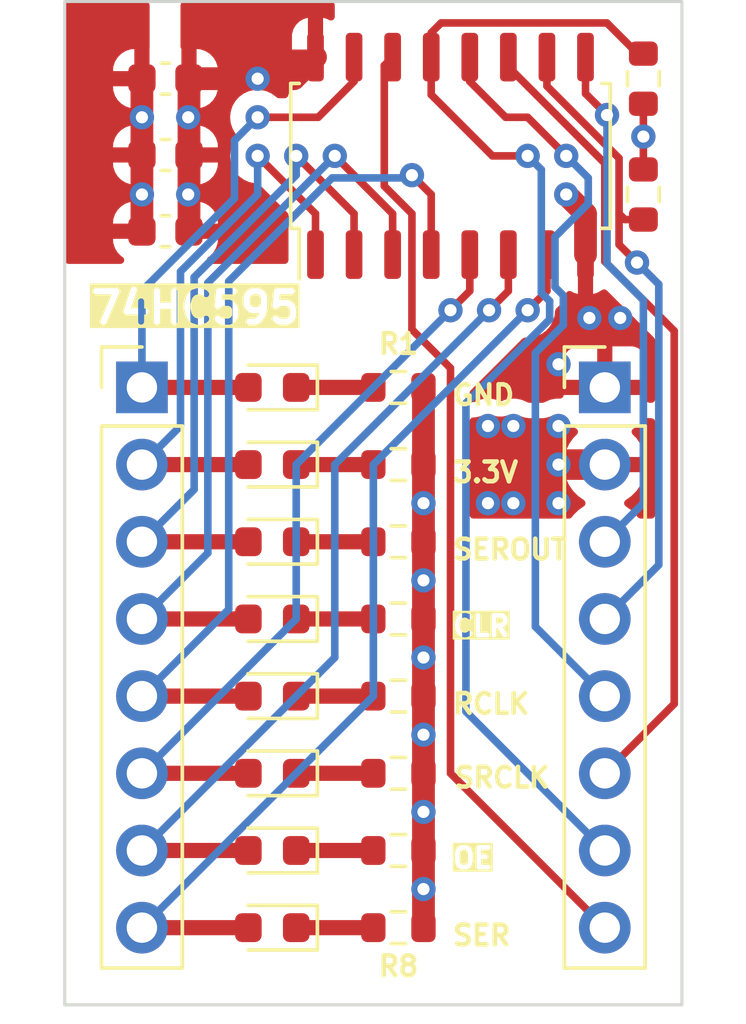
<source format=kicad_pcb>
(kicad_pcb (version 20221018) (generator pcbnew)
  (layers (0 "F.Cu" signal) (1 "In1.Cu" signal) (2 "In2.Cu" signal) (31 "B.Cu" signal) (34 "B.Paste" user) (35 "F.Paste" user) (36 "B.SilkS" user "B.Silkscreen") (37 "F.SilkS" user "F.Silkscreen") (38 "B.Mask" user) (39 "F.Mask" user) (44 "Edge.Cuts" user))
  (net 0 "")
  (net 1 "Net-(D1-K)")
  (net 2 "Net-(D2-K)")
  (net 3 "Net-(D3-K)")
  (net 4 "Net-(D4-K)")
  (net 5 "Net-(D5-K)")
  (net 6 "Net-(D6-K)")
  (net 7 "Net-(D7-K)")
  (net 8 "Net-(D8-K)")
  (net 9 "GND")
  (net 10 "+3.3V")
  (net 11 "/QA")
  (net 12 "/QB")
  (net 13 "/QC")
  (net 14 "/QD")
  (net 15 "/QE")
  (net 16 "/QF")
  (net 17 "/QG")
  (net 18 "/QH")
  (net 19 "/SEROUT")
  (net 20 "/N_SR_CLR")
  (net 21 "/R_CLK")
  (net 22 "/SR_CLK")
  (net 23 "/N_OE")
  (net 24 "/SER")
  (footprint "Capacitor_SMD:C_0603_1608Metric" (layer "F.Cu") (at 46.495 45.72 180)
    (fp_text reference "C3" hide)
    (fp_text value "100n")
    (fp_line (start -0.14058 -0.51) (end 0.14058 -0.51) (stroke (width 0.12)) (layer "F.SilkS"))
    (fp_line (start -0.14058 0.51) (end 0.14058 0.51) (stroke (width 0.12)) (layer "F.SilkS"))
    (pad "1" smd roundrect (at -0.775 0 180) (size 0.9 0.95) (layers "F.Cu" "F.Paste" "F.Mask") (net 10 "+3.3V"))
    (pad "2" smd roundrect (at 0.775 0 180) (size 0.9 0.95) (layers "F.Cu" "F.Paste" "F.Mask") (net 9 "GND"))
  )
  (footprint "LED_SMD:LED_0603_1608Metric" (layer "F.Cu") (at 50.0125 71.12 180)
    (fp_text reference "D7" hide)
    (fp_text value "LED")
    (fp_line (start -1.485 -0.735) (end -1.485 0.735) (stroke (width 0.12)) (layer "F.SilkS"))
    (fp_line (start -1.485 0.735) (end 0.8 0.735) (stroke (width 0.12)) (layer "F.SilkS"))
    (fp_line (start 0.8 -0.735) (end -1.485 -0.735) (stroke (width 0.12)) (layer "F.SilkS"))
    (pad "1" smd roundrect (at -0.7875 0 180) (size 0.875 0.95) (layers "F.Cu" "F.Paste" "F.Mask") (net 7 "Net-(D7-K)"))
    (pad "2" smd roundrect (at 0.7875 0 180) (size 0.875 0.95) (layers "F.Cu" "F.Paste" "F.Mask") (net 17 "/QG"))
  )
  (footprint "Capacitor_SMD:C_0603_1608Metric" (layer "F.Cu") (at 46.495 50.74 180)
    (fp_text reference "C1" hide)
    (fp_text value "100n")
    (fp_line (start -0.14058 -0.51) (end 0.14058 -0.51) (stroke (width 0.12)) (layer "F.SilkS"))
    (fp_line (start -0.14058 0.51) (end 0.14058 0.51) (stroke (width 0.12)) (layer "F.SilkS"))
    (pad "1" smd roundrect (at -0.775 0 180) (size 0.9 0.95) (layers "F.Cu" "F.Paste" "F.Mask") (net 10 "+3.3V"))
    (pad "2" smd roundrect (at 0.775 0 180) (size 0.9 0.95) (layers "F.Cu" "F.Paste" "F.Mask") (net 9 "GND"))
  )
  (footprint "LED_SMD:LED_0603_1608Metric" (layer "F.Cu") (at 50.0125 58.42 180)
    (fp_text reference "D2" hide)
    (fp_text value "LED")
    (fp_line (start -1.485 -0.735) (end -1.485 0.735) (stroke (width 0.12)) (layer "F.SilkS"))
    (fp_line (start -1.485 0.735) (end 0.8 0.735) (stroke (width 0.12)) (layer "F.SilkS"))
    (fp_line (start 0.8 -0.735) (end -1.485 -0.735) (stroke (width 0.12)) (layer "F.SilkS"))
    (pad "1" smd roundrect (at -0.7875 0 180) (size 0.875 0.95) (layers "F.Cu" "F.Paste" "F.Mask") (net 2 "Net-(D2-K)"))
    (pad "2" smd roundrect (at 0.7875 0 180) (size 0.875 0.95) (layers "F.Cu" "F.Paste" "F.Mask") (net 12 "/QB"))
  )
  (footprint "Resistor_SMD:R_0603_1608Metric" (layer "F.Cu") (at 54.165 73.66)
    (fp_text reference "R8" (at 0 1.27) (layer "F.SilkS") (effects (font (size 0.65 0.65))))
    (fp_text value "50R")
    (fp_line (start -0.237258 -0.5225) (end 0.237258 -0.5225) (stroke (width 0.12)) (layer "F.SilkS"))
    (fp_line (start -0.237258 0.5225) (end 0.237258 0.5225) (stroke (width 0.12)) (layer "F.SilkS"))
    (pad "1" smd roundrect (at -0.825 0) (size 0.8 0.95) (layers "F.Cu" "F.Paste" "F.Mask") (net 8 "Net-(D8-K)"))
    (pad "2" smd roundrect (at 0.825 0) (size 0.8 0.95) (layers "F.Cu" "F.Paste" "F.Mask") (net 9 "GND"))
  )
  (footprint "Connector_PinHeader_2.54mm:PinHeader_1x08_P2.54mm_Vertical" (layer "F.Cu") (at 45.72 55.88)
    (fp_text reference "J1" hide)
    (fp_text value "Conn_01x08")
    (fp_line (start -1.33 -1.33) (end 0 -1.33) (stroke (width 0.12)) (layer "F.SilkS"))
    (fp_line (start -1.33 0) (end -1.33 -1.33) (stroke (width 0.12)) (layer "F.SilkS"))
    (fp_line (start -1.33 1.27) (end -1.33 19.11) (stroke (width 0.12)) (layer "F.SilkS"))
    (fp_line (start -1.33 1.27) (end 1.33 1.27) (stroke (width 0.12)) (layer "F.SilkS"))
    (fp_line (start -1.33 19.11) (end 1.33 19.11) (stroke (width 0.12)) (layer "F.SilkS"))
    (fp_line (start 1.33 1.27) (end 1.33 19.11) (stroke (width 0.12)) (layer "F.SilkS"))
    (pad "1" thru_hole rect (at 0 0) (size 1.7 1.7) (drill 1) (layers "*.Cu" "*.Mask") (net 11 "/QA"))
    (pad "2" thru_hole oval (at 0 2.54) (size 1.7 1.7) (drill 1) (layers "*.Cu" "*.Mask") (net 12 "/QB"))
    (pad "3" thru_hole oval (at 0 5.08) (size 1.7 1.7) (drill 1) (layers "*.Cu" "*.Mask") (net 13 "/QC"))
    (pad "4" thru_hole oval (at 0 7.62) (size 1.7 1.7) (drill 1) (layers "*.Cu" "*.Mask") (net 14 "/QD"))
    (pad "5" thru_hole oval (at 0 10.16) (size 1.7 1.7) (drill 1) (layers "*.Cu" "*.Mask") (net 15 "/QE"))
    (pad "6" thru_hole oval (at 0 12.7) (size 1.7 1.7) (drill 1) (layers "*.Cu" "*.Mask") (net 16 "/QF"))
    (pad "7" thru_hole oval (at 0 15.24) (size 1.7 1.7) (drill 1) (layers "*.Cu" "*.Mask") (net 17 "/QG"))
    (pad "8" thru_hole oval (at 0 17.78) (size 1.7 1.7) (drill 1) (layers "*.Cu" "*.Mask") (net 18 "/QH"))
  )
  (footprint "LED_SMD:LED_0603_1608Metric" (layer "F.Cu") (at 50.0125 68.58 180)
    (fp_text reference "D6" hide)
    (fp_text value "LED")
    (fp_line (start -1.485 -0.735) (end -1.485 0.735) (stroke (width 0.12)) (layer "F.SilkS"))
    (fp_line (start -1.485 0.735) (end 0.8 0.735) (stroke (width 0.12)) (layer "F.SilkS"))
    (fp_line (start 0.8 -0.735) (end -1.485 -0.735) (stroke (width 0.12)) (layer "F.SilkS"))
    (pad "1" smd roundrect (at -0.7875 0 180) (size 0.875 0.95) (layers "F.Cu" "F.Paste" "F.Mask") (net 6 "Net-(D6-K)"))
    (pad "2" smd roundrect (at 0.7875 0 180) (size 0.875 0.95) (layers "F.Cu" "F.Paste" "F.Mask") (net 16 "/QF"))
  )
  (footprint "Capacitor_SMD:C_0603_1608Metric" (layer "F.Cu") (at 46.495 48.23 180)
    (fp_text reference "C2" hide)
    (fp_text value "100n")
    (fp_line (start -0.14058 -0.51) (end 0.14058 -0.51) (stroke (width 0.12)) (layer "F.SilkS"))
    (fp_line (start -0.14058 0.51) (end 0.14058 0.51) (stroke (width 0.12)) (layer "F.SilkS"))
    (pad "1" smd roundrect (at -0.775 0 180) (size 0.9 0.95) (layers "F.Cu" "F.Paste" "F.Mask") (net 10 "+3.3V"))
    (pad "2" smd roundrect (at 0.775 0 180) (size 0.9 0.95) (layers "F.Cu" "F.Paste" "F.Mask") (net 9 "GND"))
  )
  (footprint "Resistor_SMD:R_0603_1608Metric" (layer "F.Cu") (at 54.165 66.04)
    (fp_text reference "R5" hide)
    (fp_text value "50R")
    (fp_line (start -0.237258 -0.5225) (end 0.237258 -0.5225) (stroke (width 0.12)) (layer "F.SilkS"))
    (fp_line (start -0.237258 0.5225) (end 0.237258 0.5225) (stroke (width 0.12)) (layer "F.SilkS"))
    (pad "1" smd roundrect (at -0.825 0) (size 0.8 0.95) (layers "F.Cu" "F.Paste" "F.Mask") (net 5 "Net-(D5-K)"))
    (pad "2" smd roundrect (at 0.825 0) (size 0.8 0.95) (layers "F.Cu" "F.Paste" "F.Mask") (net 9 "GND"))
  )
  (footprint "Resistor_SMD:R_0603_1608Metric" (layer "F.Cu") (at 54.165 58.42)
    (fp_text reference "R2" hide)
    (fp_text value "50R")
    (fp_line (start -0.237258 -0.5225) (end 0.237258 -0.5225) (stroke (width 0.12)) (layer "F.SilkS"))
    (fp_line (start -0.237258 0.5225) (end 0.237258 0.5225) (stroke (width 0.12)) (layer "F.SilkS"))
    (pad "1" smd roundrect (at -0.825 0) (size 0.8 0.95) (layers "F.Cu" "F.Paste" "F.Mask") (net 2 "Net-(D2-K)"))
    (pad "2" smd roundrect (at 0.825 0) (size 0.8 0.95) (layers "F.Cu" "F.Paste" "F.Mask") (net 9 "GND"))
  )
  (footprint "Resistor_SMD:R_0603_1608Metric" (layer "F.Cu") (at 54.165 60.96)
    (fp_text reference "R3" hide)
    (fp_text value "50R" hide)
    (fp_line (start -0.237258 -0.5225) (end 0.237258 -0.5225) (stroke (width 0.12)) (layer "F.SilkS"))
    (fp_line (start -0.237258 0.5225) (end 0.237258 0.5225) (stroke (width 0.12)) (layer "F.SilkS"))
    (pad "1" smd roundrect (at -0.825 0) (size 0.8 0.95) (layers "F.Cu" "F.Paste" "F.Mask") (net 3 "Net-(D3-K)"))
    (pad "2" smd roundrect (at 0.825 0) (size 0.8 0.95) (layers "F.Cu" "F.Paste" "F.Mask") (net 9 "GND"))
  )
  (footprint "Resistor_SMD:R_0603_1608Metric" (layer "F.Cu") (at 54.165 63.5)
    (fp_text reference "R4" hide)
    (fp_text value "50R")
    (fp_line (start -0.237258 -0.5225) (end 0.237258 -0.5225) (stroke (width 0.12)) (layer "F.SilkS"))
    (fp_line (start -0.237258 0.5225) (end 0.237258 0.5225) (stroke (width 0.12)) (layer "F.SilkS"))
    (pad "1" smd roundrect (at -0.825 0) (size 0.8 0.95) (layers "F.Cu" "F.Paste" "F.Mask") (net 4 "Net-(D4-K)"))
    (pad "2" smd roundrect (at 0.825 0) (size 0.8 0.95) (layers "F.Cu" "F.Paste" "F.Mask") (net 9 "GND"))
  )
  (footprint "Resistor_SMD:R_0603_1608Metric" (layer "F.Cu") (at 54.165 68.58)
    (fp_text reference "R6" hide)
    (fp_text value "50R")
    (fp_line (start -0.237258 -0.5225) (end 0.237258 -0.5225) (stroke (width 0.12)) (layer "F.SilkS"))
    (fp_line (start -0.237258 0.5225) (end 0.237258 0.5225) (stroke (width 0.12)) (layer "F.SilkS"))
    (pad "1" smd roundrect (at -0.825 0) (size 0.8 0.95) (layers "F.Cu" "F.Paste" "F.Mask") (net 6 "Net-(D6-K)"))
    (pad "2" smd roundrect (at 0.825 0) (size 0.8 0.95) (layers "F.Cu" "F.Paste" "F.Mask") (net 9 "GND"))
  )
  (footprint "Connector_PinHeader_2.54mm:PinHeader_1x08_P2.54mm_Vertical" (layer "F.Cu") (at 60.96 55.88)
    (fp_text reference "J2" hide)
    (fp_text value "Conn_01x08")
    (fp_line (start -1.33 -1.33) (end 0 -1.33) (stroke (width 0.12)) (layer "F.SilkS"))
    (fp_line (start -1.33 0) (end -1.33 -1.33) (stroke (width 0.12)) (layer "F.SilkS"))
    (fp_line (start -1.33 1.27) (end -1.33 19.11) (stroke (width 0.12)) (layer "F.SilkS"))
    (fp_line (start -1.33 1.27) (end 1.33 1.27) (stroke (width 0.12)) (layer "F.SilkS"))
    (fp_line (start -1.33 19.11) (end 1.33 19.11) (stroke (width 0.12)) (layer "F.SilkS"))
    (fp_line (start 1.33 1.27) (end 1.33 19.11) (stroke (width 0.12)) (layer "F.SilkS"))
    (pad "1" thru_hole rect (at 0 0) (size 1.7 1.7) (drill 1) (layers "*.Cu" "*.Mask") (net 9 "GND"))
    (pad "2" thru_hole oval (at 0 2.54) (size 1.7 1.7) (drill 1) (layers "*.Cu" "*.Mask") (net 10 "+3.3V"))
    (pad "3" thru_hole oval (at 0 5.08) (size 1.7 1.7) (drill 1) (layers "*.Cu" "*.Mask") (net 19 "/SEROUT"))
    (pad "4" thru_hole oval (at 0 7.62) (size 1.7 1.7) (drill 1) (layers "*.Cu" "*.Mask") (net 20 "/N_SR_CLR"))
    (pad "5" thru_hole oval (at 0 10.16) (size 1.7 1.7) (drill 1) (layers "*.Cu" "*.Mask") (net 21 "/R_CLK"))
    (pad "6" thru_hole oval (at 0 12.7) (size 1.7 1.7) (drill 1) (layers "*.Cu" "*.Mask") (net 22 "/SR_CLK"))
    (pad "7" thru_hole oval (at 0 15.24) (size 1.7 1.7) (drill 1) (layers "*.Cu" "*.Mask") (net 23 "/N_OE"))
    (pad "8" thru_hole oval (at 0 17.78) (size 1.7 1.7) (drill 1) (layers "*.Cu" "*.Mask") (net 24 "/SER"))
  )
  (footprint "LED_SMD:LED_0603_1608Metric" (layer "F.Cu") (at 50.0125 55.88 180)
    (fp_text reference "D1" hide)
    (fp_text value "LED")
    (fp_line (start -1.485 -0.735) (end -1.485 0.735) (stroke (width 0.12)) (layer "F.SilkS"))
    (fp_line (start -1.485 0.735) (end 0.8 0.735) (stroke (width 0.12)) (layer "F.SilkS"))
    (fp_line (start 0.8 -0.735) (end -1.485 -0.735) (stroke (width 0.12)) (layer "F.SilkS"))
    (pad "1" smd roundrect (at -0.7875 0 180) (size 0.875 0.95) (layers "F.Cu" "F.Paste" "F.Mask") (net 1 "Net-(D1-K)"))
    (pad "2" smd roundrect (at 0.7875 0 180) (size 0.875 0.95) (layers "F.Cu" "F.Paste" "F.Mask") (net 11 "/QA"))
  )
  (footprint "Resistor_SMD:R_0603_1608Metric" (layer "F.Cu") (at 54.165 71.12)
    (fp_text reference "R7" hide)
    (fp_text value "50R")
    (fp_line (start -0.237258 -0.5225) (end 0.237258 -0.5225) (stroke (width 0.12)) (layer "F.SilkS"))
    (fp_line (start -0.237258 0.5225) (end 0.237258 0.5225) (stroke (width 0.12)) (layer "F.SilkS"))
    (pad "1" smd roundrect (at -0.825 0) (size 0.8 0.95) (layers "F.Cu" "F.Paste" "F.Mask") (net 7 "Net-(D7-K)"))
    (pad "2" smd roundrect (at 0.825 0) (size 0.8 0.95) (layers "F.Cu" "F.Paste" "F.Mask") (net 9 "GND"))
  )
  (footprint "LED_SMD:LED_0603_1608Metric" (layer "F.Cu") (at 50.0125 60.96 180)
    (fp_text reference "D3" hide)
    (fp_text value "LED")
    (fp_line (start -1.485 -0.735) (end -1.485 0.735) (stroke (width 0.12)) (layer "F.SilkS"))
    (fp_line (start -1.485 0.735) (end 0.8 0.735) (stroke (width 0.12)) (layer "F.SilkS"))
    (fp_line (start 0.8 -0.735) (end -1.485 -0.735) (stroke (width 0.12)) (layer "F.SilkS"))
    (pad "1" smd roundrect (at -0.7875 0 180) (size 0.875 0.95) (layers "F.Cu" "F.Paste" "F.Mask") (net 3 "Net-(D3-K)"))
    (pad "2" smd roundrect (at 0.7875 0 180) (size 0.875 0.95) (layers "F.Cu" "F.Paste" "F.Mask") (net 13 "/QC"))
  )
  (footprint "LED_SMD:LED_0603_1608Metric" (layer "F.Cu") (at 50.0125 73.66 180)
    (fp_text reference "D8" hide)
    (fp_text value "LED")
    (fp_line (start -1.485 -0.735) (end -1.485 0.735) (stroke (width 0.12)) (layer "F.SilkS"))
    (fp_line (start -1.485 0.735) (end 0.8 0.735) (stroke (width 0.12)) (layer "F.SilkS"))
    (fp_line (start 0.8 -0.735) (end -1.485 -0.735) (stroke (width 0.12)) (layer "F.SilkS"))
    (pad "1" smd roundrect (at -0.7875 0 180) (size 0.875 0.95) (layers "F.Cu" "F.Paste" "F.Mask") (net 8 "Net-(D8-K)"))
    (pad "2" smd roundrect (at 0.7875 0 180) (size 0.875 0.95) (layers "F.Cu" "F.Paste" "F.Mask") (net 18 "/QH"))
  )
  (footprint "Resistor_SMD:R_0603_1608Metric" (layer "F.Cu") (at 62.23 45.72 -90)
    (fp_text reference "R9" hide)
    (fp_text value "10k")
    (fp_line (start -0.237258 -0.5225) (end 0.237258 -0.5225) (stroke (width 0.12)) (layer "F.SilkS"))
    (fp_line (start -0.237258 0.5225) (end 0.237258 0.5225) (stroke (width 0.12)) (layer "F.SilkS"))
    (pad "1" smd roundrect (at -0.825 0 270) (size 0.8 0.95) (layers "F.Cu" "F.Paste" "F.Mask") (net 23 "/N_OE"))
    (pad "2" smd roundrect (at 0.825 0 270) (size 0.8 0.95) (layers "F.Cu" "F.Paste" "F.Mask") (net 9 "GND"))
  )
  (footprint "Resistor_SMD:R_0603_1608Metric" (layer "F.Cu") (at 62.23 49.53 90)
    (fp_text reference "R10" hide)
    (fp_text value "10k")
    (fp_line (start -0.237258 -0.5225) (end 0.237258 -0.5225) (stroke (width 0.12)) (layer "F.SilkS"))
    (fp_line (start -0.237258 0.5225) (end 0.237258 0.5225) (stroke (width 0.12)) (layer "F.SilkS"))
    (pad "1" smd roundrect (at -0.825 0 90) (size 0.8 0.95) (layers "F.Cu" "F.Paste" "F.Mask") (net 20 "/N_SR_CLR"))
    (pad "2" smd roundrect (at 0.825 0 90) (size 0.8 0.95) (layers "F.Cu" "F.Paste" "F.Mask") (net 9 "GND"))
  )
  (footprint "LED_SMD:LED_0603_1608Metric" (layer "F.Cu") (at 50.0125 66.04 180)
    (fp_text reference "D5" hide)
    (fp_text value "LED")
    (fp_line (start -1.485 -0.735) (end -1.485 0.735) (stroke (width 0.12)) (layer "F.SilkS"))
    (fp_line (start -1.485 0.735) (end 0.8 0.735) (stroke (width 0.12)) (layer "F.SilkS"))
    (fp_line (start 0.8 -0.735) (end -1.485 -0.735) (stroke (width 0.12)) (layer "F.SilkS"))
    (pad "1" smd roundrect (at -0.7875 0 180) (size 0.875 0.95) (layers "F.Cu" "F.Paste" "F.Mask") (net 5 "Net-(D5-K)"))
    (pad "2" smd roundrect (at 0.7875 0 180) (size 0.875 0.95) (layers "F.Cu" "F.Paste" "F.Mask") (net 15 "/QE"))
  )
  (footprint "Package_SO:SOIC-16_4.55x10.3mm_P1.27mm" (layer "F.Cu") (at 55.88 48.26 90)
    (fp_text reference "U1" hide)
    (fp_text value "74HC595")
    (fp_line (start -2.385 -5.26) (end -2.385 -4.98) (stroke (width 0.12)) (layer "F.SilkS"))
    (fp_line (start -2.385 -4.98) (end -4.05 -4.98) (stroke (width 0.12)) (layer "F.SilkS"))
    (fp_line (start -2.385 5.26) (end -2.385 4.98) (stroke (width 0.12)) (layer "F.SilkS"))
    (fp_line (start 0 -5.26) (end -2.385 -5.26) (stroke (width 0.12)) (layer "F.SilkS"))
    (fp_line (start 0 -5.26) (end 2.385 -5.26) (stroke (width 0.12)) (layer "F.SilkS"))
    (fp_line (start 0 5.26) (end -2.385 5.26) (stroke (width 0.12)) (layer "F.SilkS"))
    (fp_line (start 0 5.26) (end 2.385 5.26) (stroke (width 0.12)) (layer "F.SilkS"))
    (fp_line (start 2.385 -5.26) (end 2.385 -4.98) (stroke (width 0.12)) (layer "F.SilkS"))
    (fp_line (start 2.385 5.26) (end 2.385 4.98) (stroke (width 0.12)) (layer "F.SilkS"))
    (pad "1" smd roundrect (at -3.25 -4.445 90) (size 1.6 0.55) (layers "F.Cu" "F.Paste" "F.Mask") (net 12 "/QB"))
    (pad "2" smd roundrect (at -3.25 -3.175 90) (size 1.6 0.55) (layers "F.Cu" "F.Paste" "F.Mask") (net 13 "/QC"))
    (pad "3" smd roundrect (at -3.25 -1.905 90) (size 1.6 0.55) (layers "F.Cu" "F.Paste" "F.Mask") (net 14 "/QD"))
    (pad "4" smd roundrect (at -3.25 -0.635 90) (size 1.6 0.55) (layers "F.Cu" "F.Paste" "F.Mask") (net 15 "/QE"))
    (pad "5" smd roundrect (at -3.25 0.635 90) (size 1.6 0.55) (layers "F.Cu" "F.Paste" "F.Mask") (net 16 "/QF"))
    (pad "6" smd roundrect (at -3.25 1.905 90) (size 1.6 0.55) (layers "F.Cu" "F.Paste" "F.Mask") (net 17 "/QG"))
    (pad "7" smd roundrect (at -3.25 3.175 90) (size 1.6 0.55) (layers "F.Cu" "F.Paste" "F.Mask") (net 18 "/QH"))
    (pad "8" smd roundrect (at -3.25 4.445 90) (size 1.6 0.55) (layers "F.Cu" "F.Paste" "F.Mask") (net 9 "GND"))
    (pad "9" smd roundrect (at 3.25 4.445 90) (size 1.6 0.55) (layers "F.Cu" "F.Paste" "F.Mask") (net 19 "/SEROUT"))
    (pad "10" smd roundrect (at 3.25 3.175 90) (size 1.6 0.55) (layers "F.Cu" "F.Paste" "F.Mask") (net 20 "/N_SR_CLR"))
    (pad "11" smd roundrect (at 3.25 1.905 90) (size 1.6 0.55) (layers "F.Cu" "F.Paste" "F.Mask") (net 22 "/SR_CLK"))
    (pad "12" smd roundrect (at 3.25 0.635 90) (size 1.6 0.55) (layers "F.Cu" "F.Paste" "F.Mask") (net 21 "/R_CLK"))
    (pad "13" smd roundrect (at 3.25 -0.635 90) (size 1.6 0.55) (layers "F.Cu" "F.Paste" "F.Mask") (net 23 "/N_OE"))
    (pad "14" smd roundrect (at 3.25 -1.905 90) (size 1.6 0.55) (layers "F.Cu" "F.Paste" "F.Mask") (net 24 "/SER"))
    (pad "15" smd roundrect (at 3.25 -3.175 90) (size 1.6 0.55) (layers "F.Cu" "F.Paste" "F.Mask") (net 11 "/QA"))
    (pad "16" smd roundrect (at 3.25 -4.445 90) (size 1.6 0.55) (layers "F.Cu" "F.Paste" "F.Mask") (net 10 "+3.3V"))
  )
  (footprint "Resistor_SMD:R_0603_1608Metric" (layer "F.Cu") (at 54.165 55.88)
    (fp_text reference "R1" (at 0 -1.43) (layer "F.SilkS") (effects (font (size 0.65 0.65))))
    (fp_text value "50R")
    (fp_line (start -0.237258 -0.5225) (end 0.237258 -0.5225) (stroke (width 0.12)) (layer "F.SilkS"))
    (fp_line (start -0.237258 0.5225) (end 0.237258 0.5225) (stroke (width 0.12)) (layer "F.SilkS"))
    (pad "1" smd roundrect (at -0.825 0) (size 0.8 0.95) (layers "F.Cu" "F.Paste" "F.Mask") (net 1 "Net-(D1-K)"))
    (pad "2" smd roundrect (at 0.825 0) (size 0.8 0.95) (layers "F.Cu" "F.Paste" "F.Mask") (net 9 "GND"))
  )
  (footprint "LED_SMD:LED_0603_1608Metric" (layer "F.Cu") (at 50.0125 63.5 180)
    (fp_text reference "D4" hide)
    (fp_text value "LED")
    (fp_line (start -1.485 -0.735) (end -1.485 0.735) (stroke (width 0.12)) (layer "F.SilkS"))
    (fp_line (start -1.485 0.735) (end 0.8 0.735) (stroke (width 0.12)) (layer "F.SilkS"))
    (fp_line (start 0.8 -0.735) (end -1.485 -0.735) (stroke (width 0.12)) (layer "F.SilkS"))
    (pad "1" smd roundrect (at -0.7875 0 180) (size 0.875 0.95) (layers "F.Cu" "F.Paste" "F.Mask") (net 4 "Net-(D4-K)"))
    (pad "2" smd roundrect (at 0.7875 0 180) (size 0.875 0.95) (layers "F.Cu" "F.Paste" "F.Mask") (net 14 "/QD"))
  )
  (gr_poly (pts (xy 43.18 76.2) (xy 63.5 76.2) (xy 63.5 43.18) (xy 43.18 43.18)) (stroke (width 0.1)) (fill none) (layer "Edge.Cuts"))
  (gr_text "SER" (at 55.88 74.295) (layer "F.SilkS") (effects (font (size 0.65 0.65)) (justify left bottom)))
  (gr_text "RCLK" (at 55.88 66.675) (layer "F.SilkS") (effects (font (size 0.65 0.65)) (justify left bottom)))
  (gr_text "3.3V" (at 55.88 59.055) (layer "F.SilkS") (effects (font (size 0.65 0.65)) (justify left bottom)))
  (gr_text "SRCLK" (at 55.928448 69.10319) (layer "F.SilkS") (effects (font (size 0.65 0.65)) (justify left bottom)))
  (gr_text "CLR" (at 55.88 64.11635) (layer "F.SilkS" knockout) (effects (font (size 0.65 0.65)) (justify left bottom)))
  (gr_text "74HC595" (at 43.942 53.848) (layer "F.SilkS" knockout) (effects (font (size 1 1) (thickness 0.2) bold) (justify left bottom)))
  (gr_text "GND" (at 55.88 56.515) (layer "F.SilkS") (effects (font (size 0.65 0.65)) (justify left bottom)))
  (gr_text "OE" (at 55.88 71.755) (layer "F.SilkS" knockout) (effects (font (size 0.65 0.65)) (justify left bottom)))
  (gr_text "SEROUT" (at 55.88 61.595) (layer "F.SilkS") (effects (font (size 0.65 0.65)) (justify left bottom)))
  (segment (start 50.8 55.88) (end 53.34 55.88) (width 0.5) (layer "F.Cu") (net 1))
  (segment (start 50.8 58.42) (end 53.34 58.42) (width 0.5) (layer "F.Cu") (net 2))
  (segment (start 50.8 60.96) (end 53.34 60.96) (width 0.5) (layer "F.Cu") (net 3))
  (segment (start 50.8 63.5) (end 53.34 63.5) (width 0.5) (layer "F.Cu") (net 4))
  (segment (start 50.8 66.04) (end 53.34 66.04) (width 0.5) (layer "F.Cu") (net 5))
  (segment (start 50.8 68.58) (end 53.34 68.58) (width 0.5) (layer "F.Cu") (net 6))
  (segment (start 50.8 71.12) (end 53.34 71.12) (width 0.5) (layer "F.Cu") (net 7))
  (segment (start 50.8 73.66) (end 53.34 73.66) (width 0.5) (layer "F.Cu") (net 8))
  (segment (start 45.72 49.53) (end 45.72 48.23) (width 0.75) (layer "F.Cu") (net 9))
  (segment (start 62.23 46.545) (end 62.23 47.625) (width 0.25) (layer "F.Cu") (net 9))
  (segment (start 60.325 51.51) (end 60.325 50.165) (width 0.75) (layer "F.Cu") (net 9))
  (segment (start 62.23 47.625) (end 62.23 48.705) (width 0.25) (layer "F.Cu") (net 9))
  (segment (start 60.325 50.165) (end 59.69 49.53) (width 0.75) (layer "F.Cu") (net 9))
  (segment (start 45.72 46.99) (end 45.72 48.23) (width 0.75) (layer "F.Cu") (net 9))
  (segment (start 45.72 45.72) (end 45.72 46.99) (width 0.75) (layer "F.Cu") (net 9))
  (segment (start 45.72 50.74) (end 45.72 49.53) (width 0.75) (layer "F.Cu") (net 9))
  (segment (start 54.99 55.88) (end 54.99 73.66) (width 0.75) (layer "F.Cu") (net 9))
  (segment (start 45.72 50.74) (end 45.72 50.8) (width 0.25) (layer "F.Cu") (net 9))
  (via (at 54.99 67.31) (size 0.8) (drill 0.4) (layers "F.Cu" "B.Cu") (net 9))
  (via (at 54.99 62.23) (size 0.8) (drill 0.4) (layers "F.Cu" "B.Cu") (net 9))
  (via (at 54.99 59.69) (size 0.8) (drill 0.4) (layers "F.Cu" "B.Cu") (net 9))
  (via (at 54.99 64.77) (size 0.8) (drill 0.4) (layers "F.Cu" "B.Cu") (net 9))
  (via (at 59.69 49.53) (size 0.8) (drill 0.4) (layers "F.Cu" "B.Cu") (net 9))
  (via (at 45.72 49.53) (size 0.8) (drill 0.4) (layers "F.Cu" "B.Cu") (net 9))
  (via (at 45.72 46.99) (size 0.8) (drill 0.4) (layers "F.Cu" "B.Cu") (net 9))
  (via (at 61.468 53.594) (size 0.8) (drill 0.4) (layers "F.Cu" "B.Cu") (net 9))
  (via (at 62.23 47.625) (size 0.8) (drill 0.4) (layers "F.Cu" "B.Cu") (net 9))
  (via (at 54.99 69.85) (size 0.8) (drill 0.4) (layers "F.Cu" "B.Cu") (net 9))
  (via (at 60.452 53.594) (size 0.8) (drill 0.4) (layers "F.Cu" "B.Cu") (net 9))
  (via (at 59.436 55.118) (size 0.8) (drill 0.4) (layers "F.Cu" "B.Cu") (net 9))
  (via (at 54.99 72.39) (size 0.8) (drill 0.4) (layers "F.Cu" "B.Cu") (net 9))
  (segment (start 47.27 48.23) (end 47.27 47.016) (width 0.75) (layer "F.Cu") (net 10))
  (segment (start 60.96 58.42) (end 59.436 58.42) (width 1) (layer "F.Cu") (net 10))
  (segment (start 50.725 45.72) (end 49.53 45.72) (width 0.75) (layer "F.Cu") (net 10))
  (segment (start 47.244 46.99) (end 47.27 46.964) (width 0.25) (layer "F.Cu") (net 10))
  (segment (start 47.27 49.504) (end 47.27 48.23) (width 0.75) (layer "F.Cu") (net 10))
  (segment (start 47.27 49.556) (end 47.244 49.53) (width 0.75) (layer "F.Cu") (net 10))
  (segment (start 61.00775 58.42) (end 59.436 58.42) (width 1) (layer "F.Cu") (net 10))
  (segment (start 47.27 46.964) (end 47.27 45.72) (width 0.75) (layer "F.Cu") (net 10))
  (segment (start 47.27 47.016) (end 47.244 46.99) (width 0.25) (layer "F.Cu") (net 10))
  (segment (start 51.435 45.01) (end 50.725 45.72) (width 0.75) (layer "F.Cu") (net 10))
  (segment (start 47.244 49.53) (end 47.27 49.504) (width 0.75) (layer "F.Cu") (net 10))
  (segment (start 49.53 45.72) (end 47.27 45.72) (width 0.75) (layer "F.Cu") (net 10))
  (segment (start 47.27 50.74) (end 47.27 49.556) (width 0.75) (layer "F.Cu") (net 10))
  (via (at 49.53 45.72) (size 0.8) (drill 0.4) (layers "F.Cu" "B.Cu") (net 10))
  (via (at 57.9495 59.69) (size 0.8) (drill 0.4) (layers "F.Cu" "B.Cu") (net 10))
  (via (at 59.436 59.69) (size 0.8) (drill 0.4) (layers "F.Cu" "B.Cu") (net 10))
  (via (at 59.436 58.42) (size 0.8) (drill 0.4) (layers "F.Cu" "B.Cu") (net 10))
  (via (at 59.436 57.15) (size 0.8) (drill 0.4) (layers "F.Cu" "B.Cu") (net 10))
  (via (at 57.1125 59.69) (size 0.8) (drill 0.4) (layers "F.Cu" "B.Cu") (net 10))
  (via (at 47.244 49.53) (size 0.8) (drill 0.4) (layers "F.Cu" "B.Cu") (net 10))
  (via (at 47.244 46.99) (size 0.8) (drill 0.4) (layers "F.Cu" "B.Cu") (net 10))
  (via (at 57.1125 57.15) (size 0.8) (drill 0.4) (layers "F.Cu" "B.Cu") (net 10))
  (via (at 57.9495 57.15) (size 0.8) (drill 0.4) (layers "F.Cu" "B.Cu") (net 10))
  (segment (start 49.225 55.88) (end 45.72 55.88) (width 0.5) (layer "F.Cu") (net 11))
  (segment (start 51.525 46.99) (end 49.53 46.99) (width 0.25) (layer "F.Cu") (net 11))
  (segment (start 52.705 45.81) (end 51.525 46.99) (width 0.25) (layer "F.Cu") (net 11))
  (segment (start 52.705 45.01) (end 52.705 45.81) (width 0.25) (layer "F.Cu") (net 11))
  (via (at 49.53 46.99) (size 0.8) (drill 0.4) (layers "F.Cu" "B.Cu") (net 11))
  (segment (start 45.72 52.700812) (end 45.72 55.88) (width 0.25) (layer "B.Cu") (net 11))
  (segment (start 48.768 49.652812) (end 45.72 52.700812) (width 0.25) (layer "B.Cu") (net 11))
  (segment (start 48.768 47.752) (end 48.768 49.652812) (width 0.25) (layer "B.Cu") (net 11))
  (segment (start 49.53 46.99) (end 48.768 47.752) (width 0.25) (layer "B.Cu") (net 11))
  (segment (start 51.435 50.165) (end 49.53 48.26) (width 0.25) (layer "F.Cu") (net 12))
  (segment (start 49.225 58.42) (end 45.72 58.42) (width 0.5) (layer "F.Cu") (net 12))
  (segment (start 51.435 51.51) (end 51.435 50.165) (width 0.25) (layer "F.Cu") (net 12))
  (via (at 49.53 48.26) (size 0.8) (drill 0.4) (layers "F.Cu" "B.Cu") (net 12))
  (segment (start 46.99 57.15) (end 46.99 52.067208) (width 0.25) (layer "B.Cu") (net 12))
  (segment (start 49.53 49.527208) (end 49.53 48.26) (width 0.25) (layer "B.Cu") (net 12))
  (segment (start 45.72 58.42) (end 46.99 57.15) (width 0.25) (layer "B.Cu") (net 12))
  (segment (start 45.72 58.42) (end 46.353604 58.42) (width 0.25) (layer "B.Cu") (net 12))
  (segment (start 46.99 52.067208) (end 49.53 49.527208) (width 0.25) (layer "B.Cu") (net 12))
  (segment (start 52.705 50.165) (end 52.07 49.53) (width 0.25) (layer "F.Cu") (net 13))
  (segment (start 52.705 51.51) (end 52.705 50.165) (width 0.25) (layer "F.Cu") (net 13))
  (segment (start 45.72 60.96) (end 49.225 60.96) (width 0.5) (layer "F.Cu") (net 13))
  (segment (start 52.07 49.53) (end 50.8 48.26) (width 0.25) (layer "F.Cu") (net 13))
  (via (at 50.8 48.26) (size 0.8) (drill 0.4) (layers "F.Cu" "B.Cu") (net 13))
  (segment (start 47.44 59.24) (end 47.44 52.253604) (width 0.25) (layer "B.Cu") (net 13))
  (segment (start 45.72 60.96) (end 47.44 59.24) (width 0.25) (layer "B.Cu") (net 13))
  (segment (start 50.8 48.893604) (end 50.8 48.26) (width 0.25) (layer "B.Cu") (net 13))
  (segment (start 47.44 52.253604) (end 50.8 48.893604) (width 0.25) (layer "B.Cu") (net 13))
  (segment (start 45.72 63.5) (end 49.225 63.5) (width 0.5) (layer "F.Cu") (net 14))
  (segment (start 53.975 51.51) (end 53.975 50.165) (width 0.25) (layer "F.Cu") (net 14))
  (segment (start 53.975 50.165) (end 52.07 48.26) (width 0.25) (layer "F.Cu") (net 14))
  (via (at 52.07 48.26) (size 0.8) (drill 0.4) (layers "F.Cu" "B.Cu") (net 14))
  (segment (start 47.89 52.44) (end 47.89 61.33) (width 0.25) (layer "B.Cu") (net 14))
  (segment (start 47.89 61.33) (end 45.72 63.5) (width 0.25) (layer "B.Cu") (net 14))
  (segment (start 52.07 48.26) (end 47.89 52.44) (width 0.25) (layer "B.Cu") (net 14))
  (segment (start 45.72 66.04) (end 49.225 66.04) (width 0.5) (layer "F.Cu") (net 15))
  (segment (start 55.245 51.51) (end 55.245 49.53) (width 0.25) (layer "F.Cu") (net 15))
  (segment (start 55.245 49.53) (end 54.61 48.895) (width 0.25) (layer "F.Cu") (net 15))
  (via (at 54.61 48.895) (size 0.8) (drill 0.4) (layers "F.Cu" "B.Cu") (net 15))
  (segment (start 47.9425 63.8175) (end 45.72 66.04) (width 0.25) (layer "B.Cu") (net 15))
  (segment (start 48.578198 63.181802) (end 47.9425 63.8175) (width 0.25) (layer "B.Cu") (net 15))
  (segment (start 51.981396 48.985) (end 48.578198 52.388198) (width 0.25) (layer "B.Cu") (net 15))
  (segment (start 48.578198 52.388198) (end 48.578198 63.181802) (width 0.25) (layer "B.Cu") (net 15))
  (segment (start 54.61 48.895) (end 54.52 48.985) (width 0.25) (layer "B.Cu") (net 15))
  (segment (start 54.52 48.985) (end 51.981396 48.985) (width 0.25) (layer "B.Cu") (net 15))
  (segment (start 56.515 51.51) (end 56.515 52.705) (width 0.25) (layer "F.Cu") (net 16))
  (segment (start 45.72 68.58) (end 49.225 68.58) (width 0.5) (layer "F.Cu") (net 16))
  (segment (start 56.515 52.705) (end 55.88 53.34) (width 0.25) (layer "F.Cu") (net 16))
  (via (at 55.88 53.34) (size 0.8) (drill 0.4) (layers "F.Cu" "B.Cu") (net 16))
  (segment (start 50.8 63.500001) (end 45.72 68.58) (width 0.25) (layer "B.Cu") (net 16))
  (segment (start 50.8 58.42) (end 50.8 63.500001) (width 0.25) (layer "B.Cu") (net 16))
  (segment (start 55.88 53.34) (end 50.8 58.42) (width 0.25) (layer "B.Cu") (net 16))
  (segment (start 57.785 52.705) (end 57.15 53.34) (width 0.25) (layer "F.Cu") (net 17))
  (segment (start 45.72 71.12) (end 49.225 71.12) (width 0.5) (layer "F.Cu") (net 17))
  (segment (start 57.785 51.51) (end 57.785 52.705) (width 0.25) (layer "F.Cu") (net 17))
  (via (at 57.15 53.34) (size 0.8) (drill 0.4) (layers "F.Cu" "B.Cu") (net 17))
  (segment (start 52.07 64.77) (end 45.72 71.12) (width 0.25) (layer "B.Cu") (net 17))
  (segment (start 52.07 58.42) (end 52.07 64.77) (width 0.25) (layer "B.Cu") (net 17))
  (segment (start 57.15 53.34) (end 52.07 58.42) (width 0.25) (layer "B.Cu") (net 17))
  (segment (start 59.055 52.705) (end 58.42 53.34) (width 0.25) (layer "F.Cu") (net 18))
  (segment (start 59.055 51.51) (end 59.055 52.705) (width 0.25) (layer "F.Cu") (net 18))
  (segment (start 45.72 73.66) (end 49.225 73.66) (width 0.5) (layer "F.Cu") (net 18))
  (via (at 58.42 53.34) (size 0.8) (drill 0.4) (layers "F.Cu" "B.Cu") (net 18))
  (segment (start 58.42 53.34) (end 53.34 58.42) (width 0.25) (layer "B.Cu") (net 18))
  (segment (start 53.34 58.42) (end 53.34 66.04) (width 0.25) (layer "B.Cu") (net 18))
  (segment (start 53.34 66.04) (end 45.72 73.66) (width 0.25) (layer "B.Cu") (net 18))
  (segment (start 61.341 60.96) (end 60.96 60.96) (width 0.25) (layer "F.Cu") (net 19))
  (segment (start 60.325 45.01) (end 60.325 46.208701) (width 0.25) (layer "F.Cu") (net 19))
  (segment (start 60.325 46.208701) (end 61.033149 46.91685) (width 0.25) (layer "F.Cu") (net 19))
  (via (at 61.033149 46.91685) (size 0.8) (drill 0.4) (layers "F.Cu" "B.Cu") (net 19))
  (segment (start 62.23 59.69) (end 60.96 60.96) (width 0.25) (layer "B.Cu") (net 19))
  (segment (start 62.23 53.005805) (end 62.23 59.69) (width 0.25) (layer "B.Cu") (net 19))
  (segment (start 61.033149 51.808954) (end 62.23 53.005805) (width 0.25) (layer "B.Cu") (net 19))
  (segment (start 61.033149 46.91685) (end 61.033149 51.808954) (width 0.25) (layer "B.Cu") (net 19))
  (segment (start 62.23 50.355) (end 61.62 50.355) (width 0.25) (layer "F.Cu") (net 20))
  (segment (start 61.62 50.355) (end 61.43 50.165) (width 0.25) (layer "F.Cu") (net 20))
  (segment (start 61.43 51.1805) (end 61.43 50.165) (width 0.25) (layer "F.Cu") (net 20))
  (segment (start 62.23 50.355) (end 61.875 50.355) (width 0.25) (layer "F.Cu") (net 20))
  (segment (start 61.43 48.338299) (end 61.43 50.165) (width 0.25) (layer "F.Cu") (net 20))
  (segment (start 59.055 45.963299) (end 61.43 48.338299) (width 0.25) (layer "F.Cu") (net 20))
  (segment (start 62.02075 51.77125) (end 61.43 51.1805) (width 0.25) (layer "F.Cu") (net 20))
  (segment (start 59.055 45.01) (end 59.055 45.963299) (width 0.25) (layer "F.Cu") (net 20))
  (via (at 62.02075 51.77125) (size 0.8) (drill 0.4) (layers "F.Cu" "B.Cu") (net 20))
  (segment (start 62.738 52.4885) (end 62.738 61.722) (width 0.25) (layer "B.Cu") (net 20))
  (segment (start 62.738 61.722) (end 60.96 63.5) (width 0.25) (layer "B.Cu") (net 20))
  (segment (start 62.02075 51.77125) (end 62.738 52.4885) (width 0.25) (layer "B.Cu") (net 20))
  (segment (start 58.42 46.99) (end 59.69 48.26) (width 0.25) (layer "F.Cu") (net 21))
  (segment (start 57.695 46.99) (end 58.42 46.99) (width 0.25) (layer "F.Cu") (net 21))
  (segment (start 56.515 45.01) (end 56.515 45.81) (width 0.25) (layer "F.Cu") (net 21))
  (segment (start 56.515 45.81) (end 57.695 46.99) (width 0.25) (layer "F.Cu") (net 21))
  (via (at 59.69 48.26) (size 0.8) (drill 0.4) (layers "F.Cu" "B.Cu") (net 21))
  (segment (start 58.674 54.747701) (end 58.674 63.754) (width 0.25) (layer "B.Cu") (net 21))
  (segment (start 59.32 50.925305) (end 59.32 52.578299) (width 0.25) (layer "B.Cu") (net 21))
  (segment (start 59.595 52.853299) (end 59.595 53.826701) (width 0.25) (layer "B.Cu") (net 21))
  (segment (start 59.69 48.26) (end 60.415 48.985) (width 0.25) (layer "B.Cu") (net 21))
  (segment (start 60.415 49.830305) (end 59.32 50.925305) (width 0.25) (layer "B.Cu") (net 21))
  (segment (start 59.595 53.826701) (end 58.674 54.747701) (width 0.25) (layer "B.Cu") (net 21))
  (segment (start 60.415 48.985) (end 60.415 49.830305) (width 0.25) (layer "B.Cu") (net 21))
  (segment (start 59.32 52.578299) (end 59.595 52.853299) (width 0.25) (layer "B.Cu") (net 21))
  (segment (start 58.674 63.754) (end 60.96 66.04) (width 0.25) (layer "B.Cu") (net 21))
  (segment (start 60.96 48.504695) (end 60.96 51.735805) (width 0.25) (layer "F.Cu") (net 22))
  (segment (start 57.785 45.01) (end 57.785 45.329695) (width 0.25) (layer "F.Cu") (net 22))
  (segment (start 63.246 54.021805) (end 63.246 66.294) (width 0.25) (layer "F.Cu") (net 22))
  (segment (start 60.96 51.735805) (end 63.246 54.021805) (width 0.25) (layer "F.Cu") (net 22))
  (segment (start 57.785 45.329695) (end 60.96 48.504695) (width 0.25) (layer "F.Cu") (net 22))
  (segment (start 63.246 66.294) (end 60.96 68.58) (width 0.25) (layer "F.Cu") (net 22))
  (segment (start 55.245 46.245926) (end 57.259074 48.26) (width 0.25) (layer "F.Cu") (net 23))
  (segment (start 62.04 44.895) (end 62.23 44.895) (width 0.25) (layer "F.Cu") (net 23))
  (segment (start 55.245 45.01) (end 55.245 46.245926) (width 0.25) (layer "F.Cu") (net 23))
  (segment (start 55.245 44.21) (end 55.57 43.885) (width 0.25) (layer "F.Cu") (net 23))
  (segment (start 61.03 43.885) (end 62.04 44.895) (width 0.25) (layer "F.Cu") (net 23))
  (segment (start 57.259074 48.26) (end 58.42 48.26) (width 0.25) (layer "F.Cu") (net 23))
  (segment (start 55.57 43.885) (end 61.03 43.885) (width 0.25) (layer "F.Cu") (net 23))
  (segment (start 55.245 45.01) (end 55.245 44.21) (width 0.25) (layer "F.Cu") (net 23))
  (via (at 58.42 48.26) (size 0.8) (drill 0.4) (layers "F.Cu" "B.Cu") (net 23))
  (segment (start 59.145 53.640305) (end 56.388 56.397305) (width 0.25) (layer "B.Cu") (net 23))
  (segment (start 58.87 48.71) (end 58.87 52.764695) (width 0.25) (layer "B.Cu") (net 23))
  (segment (start 56.388 66.548) (end 60.96 71.12) (width 0.25) (layer "B.Cu") (net 23))
  (segment (start 58.42 48.26) (end 58.87 48.71) (width 0.25) (layer "B.Cu") (net 23))
  (segment (start 58.87 52.764695) (end 59.145 53.039695) (width 0.25) (layer "B.Cu") (net 23))
  (segment (start 59.145 53.039695) (end 59.145 53.640305) (width 0.25) (layer "B.Cu") (net 23))
  (segment (start 56.388 56.397305) (end 56.388 66.548) (width 0.25) (layer "B.Cu") (net 23))
  (segment (start 55.88 68.58) (end 60.96 73.66) (width 0.25) (layer "F.Cu") (net 24))
  (segment (start 53.7 45.285) (end 53.7 49.253604) (width 0.25) (layer "F.Cu") (net 24))
  (segment (start 53.7 49.253604) (end 54.61 50.163604) (width 0.25) (layer "F.Cu") (net 24))
  (segment (start 55.88 55.245) (end 55.88 68.58) (width 0.25) (layer "F.Cu") (net 24))
  (segment (start 54.61 53.975) (end 55.88 55.245) (width 0.25) (layer "F.Cu") (net 24))
  (segment (start 53.975 45.01) (end 53.7 45.285) (width 0.25) (layer "F.Cu") (net 24))
  (segment (start 54.61 50.163604) (end 54.61 53.975) (width 0.25) (layer "F.Cu") (net 24))
  (zone (net 10) (net_name "+3.3V") (layer "F.Cu") (priority 3) (connect_pads (clearance 0.5)) (min_thickness 0.25) (fill yes (thermal_gap 0.5) (thermal_bridge_width 0.5))
    (polygon (pts (xy 46.99 43.18) (xy 46.99 51.816) (xy 50.546 51.816) (xy 50.546 46.228) (xy 52.07 44.704) (xy 52.07 43.18)))
  )
  (zone (net 10) (net_name "+3.3V") (layer "F.Cu") (priority 4) (connect_pads (clearance 0.5)) (min_thickness 0.25) (fill yes (thermal_gap 0.5) (thermal_bridge_width 0.5))
    (polygon (pts (xy 56.134 56.642) (xy 63.5 56.642) (xy 63.5 60.198) (xy 56.134 60.198)))
  )
  (zone (net 9) (net_name "GND") (layer "F.Cu") (priority 2) (connect_pads (clearance 0.5)) (min_thickness 0.25) (fill yes (thermal_gap 0.5) (thermal_bridge_width 0.5))
    (polygon (pts (xy 43.18 43.18) (xy 45.974 43.18) (xy 45.974 51.816) (xy 43.18 51.816)))
  )
  (zone (net 9) (net_name "GND") (layer "F.Cu") (priority 5) (connect_pads (clearance 0.5)) (min_thickness 0.25) (fill yes (thermal_gap 0.5) (thermal_bridge_width 0.5))
    (polygon (pts (xy 56.134 56.388) (xy 63.5 56.388) (xy 63.5 50.8) (xy 59.436 50.8) (xy 59.436 53.086)))
  )
)
</source>
